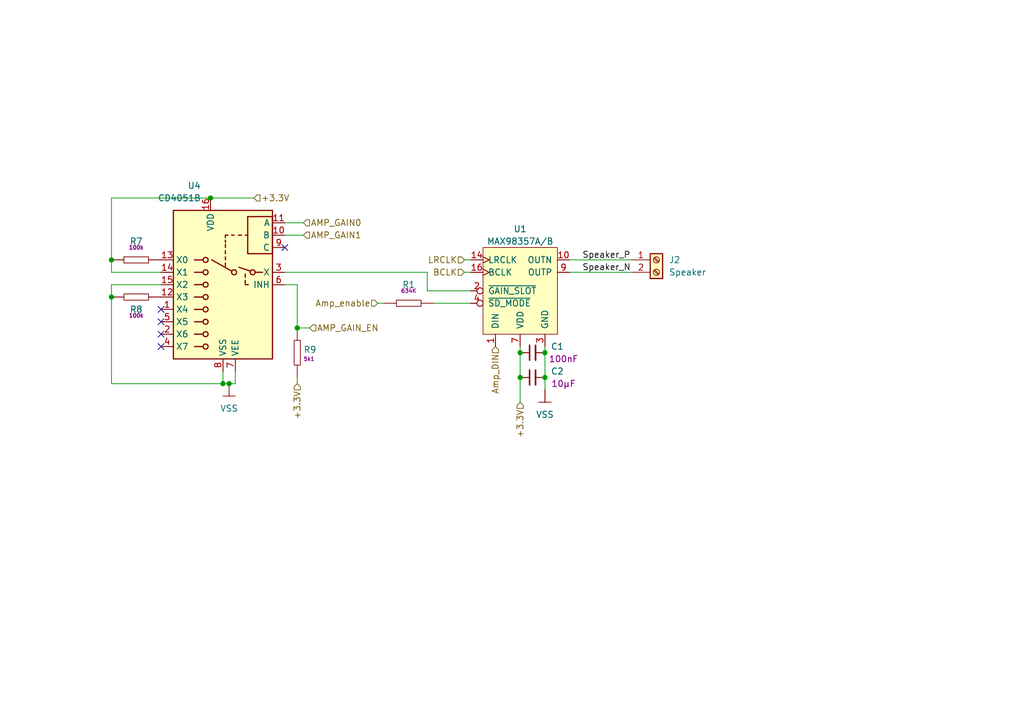
<source format=kicad_sch>
(kicad_sch (version 20230121) (generator eeschema)
  (paper "A5")
  (title_block (title "Projet Barbapapa") (date "2023-06-22") (rev "0.2") (company "Téo-CD"))
  (lib_symbols
    (symbol "00_PowerSymboles:VSS" (power) (pin_numbers hide) (pin_names hide) (in_bom no) (on_board no)
      (property "Value" "VSS" (at 0 -3.81 0))
      (symbol "VSS_0_1"
        (polyline (pts (xy -1.27 -2.54) (xy 1.27 -2.54)))
      )
      (symbol "VSS_1_1"
        (pin power_in line (at 0 0 270) (length 2.54) (name "VSS") (number "VSS"))
      )
    )
    (symbol "01_Capacitor:CAP_0603_100nF_50V" (pin_numbers hide) (pin_names hide)
      (property "Reference" "C" (at 2.54 0 0))
      (property "Capacitance" "100nF" (at 2.54 -5.08 0))
      (property "Voltage" "50V" (at 2.54 -2.54 0))
      (symbol "CAP_0603_100nF_50V_0_1"
        (polyline (pts (xy -1.524 -3.1496) (xy 1.524 -3.1496)) (stroke (width 0.3302)))
        (polyline (pts (xy -1.524 -1.9304) (xy 1.524 -1.9304)) (stroke (width 0.3048)))
      )
      (symbol "CAP_0603_100nF_50V_1_1"
        (pin passive line (at 0 0 270) (length 1.8542) (name "~") (number "1"))
        (pin passive line (at 0 -5.08 90) (length 1.8542) (name "~") (number "2"))
      )
    )
    (symbol "01_Capacitor:CAP_0603_10uF_50V" (pin_numbers hide) (pin_names hide)
      (property "Reference" "C" (at 2.54 0 0))
      (property "Capacitance" "10µF" (at 2.54 -5.08 0))
      (property "Voltage" "50V" (at 2.54 -2.54 0))
      (symbol "CAP_0603_10uF_50V_0_1"
        (polyline (pts (xy -1.524 -3.1496) (xy 1.524 -3.1496)) (stroke (width 0.3302)))
        (polyline (pts (xy -1.524 -1.9304) (xy 1.524 -1.9304)) (stroke (width 0.3048)))
      )
      (symbol "CAP_0603_10uF_50V_1_1"
        (pin passive line (at 0 0 270) (length 1.8542) (name "~") (number "1"))
        (pin passive line (at 0 -5.08 90) (length 1.8542) (name "~") (number "2"))
      )
    )
    (symbol "02_Resistor:RES_0603_10K_1%" (pin_numbers hide) (pin_names hide)
      (property "Reference" "R" (at 0 2.54 0))
      (property "Resistance" "10k" (at 0 0 0))
      (symbol "RES_0603_10K_1%_0_1"
        (rectangle (start -2.54 0.635) (end 2.54 -0.635))
      )
      (symbol "RES_0603_10K_1%_1_1"
        (pin passive line (at -5.08 0 0) (length 2.54) (name "1") (number "1"))
        (pin passive line (at 5.08 0 180) (length 2.54) (name "2") (number "2"))
      )
    )
    (symbol "02_Resistor:RES_0603_2K1_1%" (pin_numbers hide) (pin_names hide)
      (property "Reference" "R" (at 0 2.54 0))
      (property "Resistance" "2k1" (at 0 0 0))
      (symbol "RES_0603_2K1_1%_0_1"
        (rectangle (start -2.54 0.635) (end 2.54 -0.635))
      )
      (symbol "RES_0603_2K1_1%_1_1"
        (pin passive line (at -5.08 0 0) (length 2.54) (name "1") (number "1"))
        (pin passive line (at 5.08 0 180) (length 2.54) (name "2") (number "2"))
      )
    )
    (symbol "02_Resistor:RES_0603_47K_1%" (pin_numbers hide) (pin_names hide)
      (property "Reference" "R" (at 0 2.54 0))
      (property "Resistance" "47K" (at 0 0 0))
      (symbol "RES_0603_47K_1%_0_1"
        (rectangle (start -2.54 0.635) (end 2.54 -0.635))
      )
      (symbol "RES_0603_47K_1%_1_1"
        (pin passive line (at -5.08 0 0) (length 2.54) (name "1") (number "1"))
        (pin passive line (at 5.08 0 180) (length 2.54) (name "2") (number "2"))
      )
    )
    (symbol "Analog_Switch:CD4051B"
      (property "Reference" "U" (at -10.16 16.51 0))
      (property "Value" "CD4051B" (at 3.81 16.51 0))
      (symbol "CD4051B_0_1"
        (rectangle (start -10.16 6.35) (end -5.08 13.97) (stroke (width 0.254)))
        (rectangle (start -10.16 15.24) (end 10.16 -15.24) (stroke (width 0.254)) (fill (type background)))
        (circle (center -6.096 2.54) (radius 0.508) (stroke (width 0.254)))
        (circle (center -2.286 2.54) (radius 0.508) (stroke (width 0.254)))
        (polyline (pts (xy -8.128 2.54) (xy -6.604 2.54)) (stroke (width 0.254)))
        (polyline (pts (xy -5.588 2.794) (xy -3.302 3.556)) (stroke (width 0.254)))
        (polyline (pts (xy -4.572 0) (xy -5.207 0)) (stroke (width 0.254)))
        (polyline (pts (xy -4.572 0.254) (xy -4.572 0.889)) (stroke (width 0.254)))
        (polyline (pts (xy -4.572 1.524) (xy -4.572 2.159)) (stroke (width 0.254)))
        (polyline (pts (xy -4.572 10.16) (xy -5.08 10.16)) (stroke (width 0.254)))
        (polyline (pts (xy -3.81 10.16) (xy -3.175 10.16)) (stroke (width 0.254)))
        (polyline (pts (xy -1.778 2.794) (xy 2.286 5.08)) (stroke (width 0.254)))
        (polyline (pts (xy -1.778 10.16) (xy -2.286 10.16)) (stroke (width 0.254)))
        (polyline (pts (xy -0.508 3.81) (xy -0.508 4.445)) (stroke (width 0.254)))
        (polyline (pts (xy -0.508 5.08) (xy -0.508 5.715)) (stroke (width 0.254)))
        (polyline (pts (xy -0.508 6.35) (xy -0.508 6.985)) (stroke (width 0.254)))
        (polyline (pts (xy -0.508 7.62) (xy -0.508 8.255)) (stroke (width 0.254)))
        (polyline (pts (xy -0.508 8.636) (xy -0.508 9.144)) (stroke (width 0.254)))
        (polyline (pts (xy -0.508 9.652) (xy -0.508 10.16)) (stroke (width 0.254)))
        (polyline (pts (xy -0.508 10.16) (xy -1.016 10.16)) (stroke (width 0.254)))
        (polyline (pts (xy 4.064 -12.7) (xy 5.842 -12.7)) (stroke (width 0.254)))
        (polyline (pts (xy 4.064 -10.16) (xy 5.842 -10.16)) (stroke (width 0.254)))
        (polyline (pts (xy 4.064 -7.62) (xy 5.842 -7.62)) (stroke (width 0.254)))
        (polyline (pts (xy 4.064 -5.08) (xy 5.842 -5.08)) (stroke (width 0.254)))
        (polyline (pts (xy 4.064 -2.54) (xy 5.842 -2.54)) (stroke (width 0.254)))
        (polyline (pts (xy 4.064 0) (xy 5.842 0)) (stroke (width 0.254)))
        (polyline (pts (xy 4.064 2.54) (xy 5.842 2.54)) (stroke (width 0.254)))
        (polyline (pts (xy 4.064 5.08) (xy 5.842 5.08)) (stroke (width 0.254)))
        (circle (center 3.556 -12.7) (radius 0.508) (stroke (width 0.254)))
        (circle (center 3.556 -10.16) (radius 0.508) (stroke (width 0.254)))
        (circle (center 3.556 -7.62) (radius 0.508) (stroke (width 0.254)))
        (circle (center 3.556 -5.08) (radius 0.508) (stroke (width 0.254)))
        (circle (center 3.556 -2.54) (radius 0.508) (stroke (width 0.254)))
        (circle (center 3.556 0) (radius 0.508) (stroke (width 0.254)))
        (circle (center 3.556 2.54) (radius 0.508) (stroke (width 0.254)))
        (circle (center 3.556 5.08) (radius 0.508) (stroke (width 0.254)))
      )
      (symbol "CD4051B_1_1"
        (pin bidirectional line (at 12.7 -5.08 180) (length 2.54) (name "X4") (number "1"))
        (pin input line (at -12.7 10.16 0) (length 2.54) (name "B") (number "10"))
        (pin input line (at -12.7 12.7 0) (length 2.54) (name "A") (number "11"))
        (pin bidirectional line (at 12.7 -2.54 180) (length 2.54) (name "X3") (number "12"))
        (pin bidirectional line (at 12.7 5.08 180) (length 2.54) (name "X0") (number "13"))
        (pin bidirectional line (at 12.7 2.54 180) (length 2.54) (name "X1") (number "14"))
        (pin bidirectional line (at 12.7 0 180) (length 2.54) (name "X2") (number "15"))
        (pin power_in line (at 2.54 17.78 270) (length 2.54) (name "VDD") (number "16"))
        (pin bidirectional line (at 12.7 -10.16 180) (length 2.54) (name "X6") (number "2"))
        (pin bidirectional line (at -12.7 2.54 0) (length 2.54) (name "X") (number "3"))
        (pin bidirectional line (at 12.7 -12.7 180) (length 2.54) (name "X7") (number "4"))
        (pin bidirectional line (at 12.7 -7.62 180) (length 2.54) (name "X5") (number "5"))
        (pin input line (at -12.7 0 0) (length 2.54) (name "INH") (number "6"))
        (pin power_in line (at -2.54 -17.78 90) (length 2.54) (name "VEE") (number "7"))
        (pin power_in line (at 0 -17.78 90) (length 2.54) (name "VSS") (number "8"))
        (pin input line (at -12.7 7.62 0) (length 2.54) (name "C") (number "9"))
      )
    )
    (symbol "Connector:Screw_Terminal_01x02" (pin_names (offset 1.016) hide)
      (property "Reference" "J" (at 0 2.54 0))
      (property "Value" "Screw_Terminal_01x02" (at 0 -5.08 0))
      (symbol "Screw_Terminal_01x02_1_1"
        (rectangle (start -1.27 1.27) (end 1.27 -3.81) (stroke (width 0.254)) (fill (type background)))
        (circle (center 0 -2.54) (radius 0.635) (stroke (width 0.1524)))
        (polyline (pts (xy -0.5334 -2.2098) (xy 0.3302 -3.048)) (stroke (width 0.1524)))
        (polyline (pts (xy -0.5334 0.3302) (xy 0.3302 -0.508)) (stroke (width 0.1524)))
        (polyline (pts (xy -0.3556 -2.032) (xy 0.508 -2.8702)) (stroke (width 0.1524)))
        (polyline (pts (xy -0.3556 0.508) (xy 0.508 -0.3302)) (stroke (width 0.1524)))
        (circle (center 0 0) (radius 0.635) (stroke (width 0.1524)))
        (pin passive line (at -5.08 0 0) (length 3.81) (name "Pin_1") (number "1"))
        (pin passive line (at -5.08 -2.54 0) (length 3.81) (name "Pin_2") (number "2"))
      )
    )
    (symbol "Stuff:MAX98357A/B" (pin_names (offset 1))
      (property "Reference" "U" (at -6.35 12.7 0))
      (property "Value" "MAX98357A/B" (at 0 10.16 0))
      (symbol "MAX98357A/B_0_0"
        (pin input clock (at -10.16 6.35 0) (length 2.54) (name "LRCLK") (number "14"))
        (pin input clock (at -10.16 3.81 0) (length 2.54) (name "BCLK") (number "16"))
      )
      (symbol "MAX98357A/B_1_0"
        (pin input line (at -5.08 -11.43 90) (length 2.54) (name "DIN") (number "1"))
        (pin output line (at 10.16 6.35 180) (length 2.54) (name "OUTN") (number "10"))
        (pin power_in line (at 10.16 0 180) (length 2.54) hide (name "GND") (number "11"))
        (pin power_in line (at 10.16 -1.27 180) (length 2.54) hide (name "GND") (number "15"))
        (pin input inverted (at -10.16 0 0) (length 2.54) (name "~{GAIN_SLOT}") (number "2"))
        (pin power_in line (at 5.08 -11.43 90) (length 2.54) (name "GND") (number "3"))
        (pin input inverted (at -10.16 -2.54 0) (length 2.54) (name "~{SD_MODE}") (number "4"))
        (pin power_in line (at 0 -11.43 90) (length 2.54) (name "VDD") (number "7"))
        (pin power_in line (at 10.16 -2.54 180) (length 2.54) hide (name "VDD") (number "8"))
        (pin output line (at 10.16 3.81 180) (length 2.54) (name "OUTP") (number "9"))
      )
      (symbol "MAX98357A/B_1_1"
        (rectangle (start -7.62 8.89) (end 7.62 -8.89) (fill (type background)))
      )
    )
  )
  (junction (at 111.76 77.47))
  (junction (at 22.86 60.96))
  (junction (at 106.68 72.39))
  (junction (at 60.96 67.31))
  (junction (at 45.72 78.74))
  (junction (at 43.18 40.64))
  (junction (at 106.68 77.47))
  (junction (at 22.86 53.34))
  (junction (at 46.99 78.74))
  (junction (at 111.76 72.39))
  (no_connect (at 33.02 71.12))
  (no_connect (at 58.42 50.8))
  (no_connect (at 33.02 68.58))
  (no_connect (at 33.02 63.5))
  (no_connect (at 33.02 66.04))
  (wire (pts (xy 78.74 62.23) (xy 77.47 62.23)))
  (wire (pts (xy 58.42 45.72) (xy 62.23 45.72)))
  (wire (pts (xy 60.96 58.42) (xy 58.42 58.42)))
  (wire (pts (xy 60.96 67.31) (xy 60.96 58.42)))
  (wire (pts (xy 45.72 76.2) (xy 45.72 78.74)))
  (wire (pts (xy 116.84 55.88) (xy 129.54 55.88)))
  (wire (pts (xy 22.86 58.42) (xy 22.86 60.96)))
  (wire (pts (xy 106.68 71.12) (xy 106.68 72.39)))
  (wire (pts (xy 58.42 55.88) (xy 87.63 55.88)))
  (wire (pts (xy 43.18 40.64) (xy 22.86 40.64)))
  (wire (pts (xy 88.9 62.23) (xy 96.52 62.23)))
  (wire (pts (xy 95.25 55.88) (xy 96.52 55.88)))
  (wire (pts (xy 43.18 40.64) (xy 52.07 40.64)))
  (wire (pts (xy 87.63 55.88) (xy 87.63 59.69)))
  (wire (pts (xy 111.76 72.39) (xy 111.76 77.47)))
  (wire (pts (xy 87.63 59.69) (xy 96.52 59.69)))
  (wire (pts (xy 116.84 53.34) (xy 129.54 53.34)))
  (wire (pts (xy 22.86 78.74) (xy 45.72 78.74)))
  (wire (pts (xy 111.76 77.47) (xy 111.76 80.01)))
  (wire (pts (xy 45.72 78.74) (xy 46.99 78.74)))
  (wire (pts (xy 106.68 72.39) (xy 106.68 77.47)))
  (wire (pts (xy 22.86 60.96) (xy 22.86 78.74)))
  (wire (pts (xy 46.99 78.74) (xy 48.26 78.74)))
  (wire (pts (xy 95.25 53.34) (xy 96.52 53.34)))
  (wire (pts (xy 63.5 67.31) (xy 60.96 67.31)))
  (wire (pts (xy 111.76 71.12) (xy 111.76 72.39)))
  (wire (pts (xy 106.68 77.47) (xy 106.68 82.55)))
  (wire (pts (xy 60.96 77.47) (xy 60.96 78.74)))
  (wire (pts (xy 58.42 48.26) (xy 62.23 48.26)))
  (wire (pts (xy 33.02 55.88) (xy 22.86 55.88)))
  (wire (pts (xy 33.02 58.42) (xy 22.86 58.42)))
  (wire (pts (xy 22.86 55.88) (xy 22.86 53.34)))
  (wire (pts (xy 48.26 76.2) (xy 48.26 78.74)))
  (wire (pts (xy 22.86 40.64) (xy 22.86 53.34)))
  (label "Speaker_P" (at 119.38 53.34 0))
  (label "Speaker_N" (at 119.38 55.88 0))
  (hierarchical_label "+3.3V" (shape input) (at 106.68 82.55 270))
  (hierarchical_label "AMP_GAIN1" (shape input) (at 62.23 48.26 0))
  (hierarchical_label "AMP_GAIN0" (shape input) (at 62.23 45.72 0))
  (hierarchical_label "AMP_GAIN_EN" (shape input) (at 63.5 67.31 0))
  (hierarchical_label "BCLK" (shape input) (at 95.25 55.88 180))
  (hierarchical_label "LRCLK" (shape input) (at 95.25 53.34 180))
  (hierarchical_label "Amp_enable" (shape input) (at 77.47 62.23 180))
  (hierarchical_label "+3.3V" (shape input) (at 52.07 40.64 0))
  (hierarchical_label "Amp_DIN" (shape input) (at 101.6 71.12 270))
  (hierarchical_label "+3.3V" (shape input) (at 60.96 78.74 270))
  (symbol (lib_id "Connector:Screw_Terminal_01x02") (at 134.62 53.34 0) (unit 1)
    (property "Reference" "J2" (at 137.16 53.34 0) (effects (justify left)))
    (property "Value" "Speaker" (at 137.16 55.88 0) (effects (justify left)))
    (property "Footprint" "TerminalBlock_RND:TerminalBlock_RND_205-00012_1x02_P5.00mm_Horizontal" (effects hide))
    (property "Datasheet" "https://uk.rs-online.com/web/p/pcb-terminal-blocks/8970736" (effects hide))
  )
  (symbol (lib_id "00_PowerSymboles:VSS") (at 111.76 80.01 0) (unit 1) (in_bom no) (on_board no)
    (property "Reference" "#VSS0101" (effects hide))
    (property "Value" "VSS" (at 111.76 85.09 0))
  )
  (symbol (lib_id "Analog_Switch:CD4051B") (at 45.72 58.42 0) (mirror y) (unit 1)
    (property "Reference" "U4" (at 41.2241 38.1 0) (effects (justify left)))
    (property "Value" "CD4051B" (at 41.2241 40.64 0) (effects (justify left)))
    (property "Footprint" "Package_SO:TSSOP-16_4.4x5mm_P0.65mm" (effects hide))
    (property "Datasheet" "http://www.ti.com/lit/ds/symlink/cd4052b.pdf" (effects hide))
  )
  (symbol (lib_id "02_Resistor:RES_0603_10K_1%") (at 27.94 53.34 0) (unit 1)
    (property "Reference" "R7" (at 27.94 49.53 0))
    (property "Value" "RES_0603_100K_1%" (effects hide))
    (property "Footprint" "01_Passives:RES_0603" (effects hide))
    (property "Resistance" "100k" (at 27.94 50.8 0) (effects (font (size 0.8 0.8))))
    (property "Power" "100mW" (effects hide))
  )
  (symbol (lib_id "02_Resistor:RES_0603_10K_1%") (at 27.94 60.96 0) (unit 1)
    (property "Reference" "R8" (at 27.94 63.5 0))
    (property "Value" "RES_0603_100K_1%" (effects hide))
    (property "Footprint" "01_Passives:RES_0603" (effects hide))
    (property "Resistance" "100k" (at 27.94 64.77 0) (effects (font (size 0.8 0.8))))
    (property "Power" "100mW" (effects hide))
  )
  (symbol (lib_id "02_Resistor:RES_0603_47K_1%") (at 83.82 62.23 0) (unit 1)
    (property "Reference" "R1" (at 83.82 58.42 0))
    (property "Value" "RES_0603_634K_1%" (effects hide))
    (property "Footprint" "01_Passives:RES_0603" (effects hide))
    (property "Resistance" "634K" (at 83.82 59.69 0) (effects (font (size 0.8 0.8))))
    (property "Power" "100mW" (effects hide))
  )
  (symbol (lib_id "02_Resistor:RES_0603_2K1_1%") (at 60.96 72.39 90) (unit 1)
    (property "Reference" "R9" (at 62.23 71.755 90) (effects (justify right)))
    (property "Value" "RES_0603_5K1_1%" (effects hide))
    (property "Footprint" "01_Passives:RES_0603" (effects hide))
    (property "Resistance" "5k1" (at 62.23 73.66 90) (effects (font (size 0.8 0.8)) (justify right)))
    (property "Power" "100mW" (effects hide))
  )
  (symbol (lib_id "01_Capacitor:CAP_0603_100nF_50V") (at 106.68 72.39 90) (unit 1)
    (property "Reference" "C1" (at 114.3 71.12 90))
    (property "Value" "CAP_0603_100nF_50V" (effects hide))
    (property "Footprint" "01_Passives:CAP_0603" (effects hide))
    (property "Capacitance" "100nF" (at 115.57 73.66 90))
    (property "Voltage" "50V" (effects hide))
  )
  (symbol (lib_id "00_PowerSymboles:VSS") (at 46.99 78.74 0) (unit 1) (in_bom no) (on_board no)
    (property "Reference" "#VSS010" (effects hide))
    (property "Value" "VSS" (at 46.99 83.82 0))
  )
  (symbol (lib_id "01_Capacitor:CAP_0603_10uF_50V") (at 106.68 77.47 90) (unit 1)
    (property "Reference" "C2" (at 114.3 76.2 90))
    (property "Value" "CAP_0603_10uF_50V" (effects hide))
    (property "Footprint" "01_Passives:CAP_0603" (effects hide))
    (property "Capacitance" "10µF" (at 115.57 78.74 90))
    (property "Voltage" "50V" (effects hide))
  )
  (symbol (lib_id "Stuff:MAX98357A/B") (at 106.68 59.69 0) (unit 1)
    (property "Reference" "U1" (at 106.68 46.99 0))
    (property "Value" "MAX98357A/B" (at 106.68 49.53 0))
    (property "Footprint" "Package_DFN_QFN:TQFN-16-1EP_3x3mm_P0.5mm_EP1.23x1.23mm" (effects hide))
    (property "Datasheet" "https://cdn.sparkfun.com/assets/3/5/4/d/5/MAX98357A-MAX98357B.pdf" (effects hide))
  )
)
</source>
